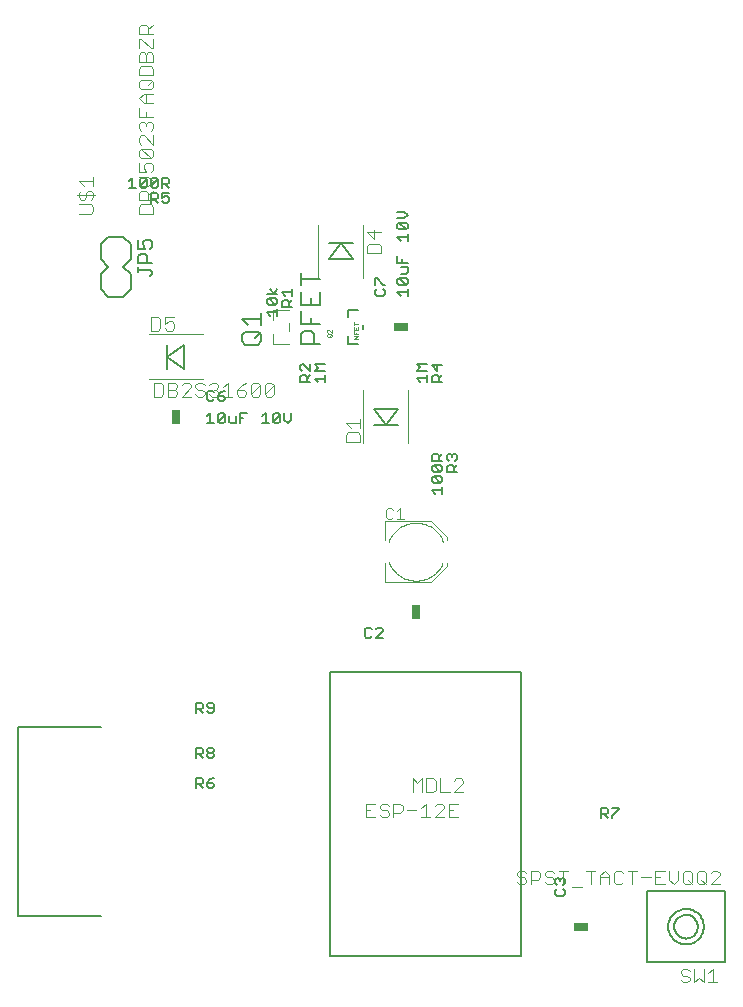
<source format=gto>
G75*
G70*
%OFA0B0*%
%FSLAX24Y24*%
%IPPOS*%
%LPD*%
%AMOC8*
5,1,8,0,0,1.08239X$1,22.5*
%
%ADD10C,0.0060*%
%ADD11R,0.0250X0.0500*%
%ADD12R,0.0500X0.0250*%
%ADD13C,0.0040*%
%ADD14C,0.0080*%
%ADD15C,0.0050*%
%ADD16C,0.0010*%
%ADD17C,0.0030*%
D10*
X009848Y011810D02*
X009848Y012150D01*
X010019Y012150D01*
X010075Y012094D01*
X010075Y011980D01*
X010019Y011923D01*
X009848Y011923D01*
X009962Y011923D02*
X010075Y011810D01*
X010217Y011867D02*
X010273Y011810D01*
X010387Y011810D01*
X010444Y011867D01*
X010444Y011923D01*
X010387Y011980D01*
X010217Y011980D01*
X010217Y011867D01*
X010217Y011980D02*
X010330Y012094D01*
X010444Y012150D01*
X010387Y012810D02*
X010273Y012810D01*
X010217Y012867D01*
X010217Y012923D01*
X010273Y012980D01*
X010387Y012980D01*
X010444Y012923D01*
X010444Y012867D01*
X010387Y012810D01*
X010387Y012980D02*
X010444Y013037D01*
X010444Y013094D01*
X010387Y013150D01*
X010273Y013150D01*
X010217Y013094D01*
X010217Y013037D01*
X010273Y012980D01*
X010075Y012980D02*
X010019Y012923D01*
X009848Y012923D01*
X009848Y012810D02*
X009848Y013150D01*
X010019Y013150D01*
X010075Y013094D01*
X010075Y012980D01*
X009962Y012923D02*
X010075Y012810D01*
X010075Y014310D02*
X009962Y014423D01*
X010019Y014423D02*
X009848Y014423D01*
X009848Y014310D02*
X009848Y014650D01*
X010019Y014650D01*
X010075Y014594D01*
X010075Y014480D01*
X010019Y014423D01*
X010217Y014367D02*
X010273Y014310D01*
X010387Y014310D01*
X010444Y014367D01*
X010444Y014594D01*
X010387Y014650D01*
X010273Y014650D01*
X010217Y014594D01*
X010217Y014537D01*
X010273Y014480D01*
X010444Y014480D01*
X015473Y016867D02*
X015530Y016810D01*
X015644Y016810D01*
X015700Y016867D01*
X015842Y016810D02*
X016069Y017037D01*
X016069Y017094D01*
X016012Y017150D01*
X015898Y017150D01*
X015842Y017094D01*
X015700Y017094D02*
X015644Y017150D01*
X015530Y017150D01*
X015473Y017094D01*
X015473Y016867D01*
X015842Y016810D02*
X016069Y016810D01*
X017823Y021612D02*
X017710Y021725D01*
X018050Y021725D01*
X018050Y021612D02*
X018050Y021839D01*
X017993Y021980D02*
X017766Y022207D01*
X017993Y022207D01*
X018050Y022150D01*
X018050Y022037D01*
X017993Y021980D01*
X017766Y021980D01*
X017710Y022037D01*
X017710Y022150D01*
X017766Y022207D01*
X017766Y022348D02*
X017710Y022405D01*
X017710Y022519D01*
X017766Y022575D01*
X017993Y022348D01*
X018050Y022405D01*
X018050Y022519D01*
X017993Y022575D01*
X017766Y022575D01*
X017710Y022717D02*
X017710Y022887D01*
X017766Y022944D01*
X017880Y022944D01*
X017937Y022887D01*
X017937Y022717D01*
X018050Y022717D02*
X017710Y022717D01*
X017937Y022830D02*
X018050Y022944D01*
X018210Y022887D02*
X018266Y022944D01*
X018323Y022944D01*
X018380Y022887D01*
X018437Y022944D01*
X018493Y022944D01*
X018550Y022887D01*
X018550Y022773D01*
X018493Y022717D01*
X018550Y022575D02*
X018437Y022462D01*
X018437Y022519D02*
X018437Y022348D01*
X018550Y022348D02*
X018210Y022348D01*
X018210Y022519D01*
X018266Y022575D01*
X018380Y022575D01*
X018437Y022519D01*
X018266Y022717D02*
X018210Y022773D01*
X018210Y022887D01*
X018380Y022887D02*
X018380Y022830D01*
X017993Y022348D02*
X017766Y022348D01*
X017710Y025348D02*
X017710Y025519D01*
X017766Y025575D01*
X017880Y025575D01*
X017937Y025519D01*
X017937Y025348D01*
X018050Y025348D02*
X017710Y025348D01*
X017550Y025348D02*
X017550Y025575D01*
X017550Y025462D02*
X017210Y025462D01*
X017323Y025348D01*
X017210Y025717D02*
X017323Y025830D01*
X017210Y025944D01*
X017550Y025944D01*
X017710Y025887D02*
X017880Y025717D01*
X017880Y025944D01*
X018050Y025887D02*
X017710Y025887D01*
X017550Y025717D02*
X017210Y025717D01*
X017937Y025462D02*
X018050Y025575D01*
X016900Y028210D02*
X016900Y028437D01*
X016900Y028323D02*
X016560Y028323D01*
X016673Y028210D01*
X016616Y028578D02*
X016560Y028635D01*
X016560Y028748D01*
X016616Y028805D01*
X016843Y028578D01*
X016900Y028635D01*
X016900Y028748D01*
X016843Y028805D01*
X016616Y028805D01*
X016673Y028947D02*
X016843Y028947D01*
X016900Y029003D01*
X016900Y029173D01*
X016673Y029173D01*
X016730Y029315D02*
X016730Y029428D01*
X016900Y029315D02*
X016560Y029315D01*
X016560Y029542D01*
X016673Y030052D02*
X016560Y030165D01*
X016900Y030165D01*
X016900Y030052D02*
X016900Y030278D01*
X016843Y030420D02*
X016616Y030647D01*
X016843Y030647D01*
X016900Y030590D01*
X016900Y030477D01*
X016843Y030420D01*
X016616Y030420D01*
X016560Y030477D01*
X016560Y030590D01*
X016616Y030647D01*
X016560Y030788D02*
X016787Y030788D01*
X016900Y030902D01*
X016787Y031015D01*
X016560Y031015D01*
X015866Y028805D02*
X016093Y028578D01*
X016150Y028578D01*
X016093Y028437D02*
X016150Y028380D01*
X016150Y028267D01*
X016093Y028210D01*
X015866Y028210D01*
X015810Y028267D01*
X015810Y028380D01*
X015866Y028437D01*
X015810Y028578D02*
X015810Y028805D01*
X015866Y028805D01*
X016616Y028578D02*
X016843Y028578D01*
X015243Y027743D02*
X014930Y027743D01*
X014930Y027493D01*
X015430Y027243D02*
X015430Y027118D01*
X014930Y026868D02*
X014930Y026618D01*
X015243Y026618D01*
X013989Y026619D02*
X013348Y026619D01*
X013348Y026940D01*
X013455Y027046D01*
X013668Y027046D01*
X013775Y026940D01*
X013775Y026619D01*
X013668Y027264D02*
X013668Y027478D01*
X013348Y027264D02*
X013348Y027691D01*
X013348Y027909D02*
X013989Y027909D01*
X013989Y028336D01*
X013668Y028122D02*
X013668Y027909D01*
X013348Y027909D02*
X013348Y028336D01*
X013348Y028553D02*
X013348Y028980D01*
X013348Y028767D02*
X013989Y028767D01*
X013050Y028444D02*
X013050Y028217D01*
X013050Y028330D02*
X012710Y028330D01*
X012823Y028217D01*
X012766Y028075D02*
X012880Y028075D01*
X012937Y028019D01*
X012937Y027848D01*
X013050Y027848D02*
X012710Y027848D01*
X012710Y028019D01*
X012766Y028075D01*
X012937Y027962D02*
X013050Y028075D01*
X012550Y028080D02*
X012550Y027966D01*
X012493Y027910D01*
X012266Y028137D01*
X012493Y028137D01*
X012550Y028080D01*
X012493Y027910D02*
X012266Y027910D01*
X012210Y027966D01*
X012210Y028080D01*
X012266Y028137D01*
X012210Y028278D02*
X012550Y028278D01*
X012437Y028278D02*
X012323Y028448D01*
X012437Y028278D02*
X012550Y028448D01*
X012550Y027768D02*
X012550Y027541D01*
X012550Y027655D02*
X012210Y027655D01*
X012323Y027541D01*
X012020Y027438D02*
X011380Y027438D01*
X011593Y027225D01*
X011486Y027007D02*
X011913Y027007D01*
X012020Y026900D01*
X012020Y026687D01*
X011913Y026580D01*
X011486Y026580D01*
X011380Y026687D01*
X011380Y026900D01*
X011486Y027007D01*
X011807Y026794D02*
X012020Y027007D01*
X012020Y027225D02*
X012020Y027652D01*
X013348Y027264D02*
X013989Y027264D01*
X014150Y025930D02*
X013810Y025930D01*
X013923Y025817D01*
X013810Y025703D01*
X014150Y025703D01*
X014150Y025562D02*
X014150Y025335D01*
X014150Y025448D02*
X013810Y025448D01*
X013923Y025335D01*
X013650Y025335D02*
X013310Y025335D01*
X013310Y025505D01*
X013366Y025562D01*
X013480Y025562D01*
X013537Y025505D01*
X013537Y025335D01*
X013537Y025448D02*
X013650Y025562D01*
X013650Y025703D02*
X013423Y025930D01*
X013366Y025930D01*
X013310Y025873D01*
X013310Y025760D01*
X013366Y025703D01*
X013650Y025703D02*
X013650Y025930D01*
X013015Y024300D02*
X013015Y024073D01*
X012902Y023960D01*
X012788Y024073D01*
X012788Y024300D01*
X012647Y024244D02*
X012420Y024017D01*
X012477Y023960D01*
X012590Y023960D01*
X012647Y024017D01*
X012647Y024244D01*
X012590Y024300D01*
X012477Y024300D01*
X012420Y024244D01*
X012420Y024017D01*
X012278Y023960D02*
X012052Y023960D01*
X012165Y023960D02*
X012165Y024300D01*
X012052Y024187D01*
X011542Y024300D02*
X011315Y024300D01*
X011315Y023960D01*
X011173Y023960D02*
X011173Y024187D01*
X011315Y024130D02*
X011428Y024130D01*
X011173Y023960D02*
X011003Y023960D01*
X010947Y024017D01*
X010947Y024187D01*
X010805Y024244D02*
X010578Y024017D01*
X010635Y023960D01*
X010748Y023960D01*
X010805Y024017D01*
X010805Y024244D01*
X010748Y024300D01*
X010635Y024300D01*
X010578Y024244D01*
X010578Y024017D01*
X010437Y023960D02*
X010210Y023960D01*
X010323Y023960D02*
X010323Y024300D01*
X010210Y024187D01*
X010267Y024710D02*
X010380Y024710D01*
X010437Y024767D01*
X010578Y024767D02*
X010635Y024710D01*
X010748Y024710D01*
X010805Y024767D01*
X010805Y024823D01*
X010748Y024880D01*
X010578Y024880D01*
X010578Y024767D01*
X010578Y024880D02*
X010692Y024994D01*
X010805Y025050D01*
X010437Y024994D02*
X010380Y025050D01*
X010267Y025050D01*
X010210Y024994D01*
X010210Y024767D01*
X010267Y024710D01*
X008887Y031310D02*
X008773Y031310D01*
X008717Y031367D01*
X008717Y031480D02*
X008830Y031537D01*
X008887Y031537D01*
X008944Y031480D01*
X008944Y031367D01*
X008887Y031310D01*
X008717Y031480D02*
X008717Y031650D01*
X008944Y031650D01*
X008944Y031810D02*
X008830Y031923D01*
X008887Y031923D02*
X008717Y031923D01*
X008717Y031810D02*
X008717Y032150D01*
X008887Y032150D01*
X008944Y032094D01*
X008944Y031980D01*
X008887Y031923D01*
X008575Y031867D02*
X008575Y032094D01*
X008348Y031867D01*
X008405Y031810D01*
X008519Y031810D01*
X008575Y031867D01*
X008519Y031650D02*
X008575Y031594D01*
X008575Y031480D01*
X008519Y031423D01*
X008348Y031423D01*
X008348Y031310D02*
X008348Y031650D01*
X008519Y031650D01*
X008462Y031423D02*
X008575Y031310D01*
X008348Y031867D02*
X008348Y032094D01*
X008405Y032150D01*
X008519Y032150D01*
X008575Y032094D01*
X008207Y032094D02*
X007980Y031867D01*
X008037Y031810D01*
X008150Y031810D01*
X008207Y031867D01*
X008207Y032094D01*
X008150Y032150D01*
X008037Y032150D01*
X007980Y032094D01*
X007980Y031867D01*
X007839Y031810D02*
X007612Y031810D01*
X007725Y031810D02*
X007725Y032150D01*
X007612Y032037D01*
X023348Y011150D02*
X023519Y011150D01*
X023575Y011094D01*
X023575Y010980D01*
X023519Y010923D01*
X023348Y010923D01*
X023348Y010810D02*
X023348Y011150D01*
X023462Y010923D02*
X023575Y010810D01*
X023717Y010810D02*
X023717Y010867D01*
X023944Y011094D01*
X023944Y011150D01*
X023717Y011150D01*
X022093Y008805D02*
X022150Y008748D01*
X022150Y008635D01*
X022093Y008578D01*
X022093Y008437D02*
X022150Y008380D01*
X022150Y008267D01*
X022093Y008210D01*
X021866Y008210D01*
X021810Y008267D01*
X021810Y008380D01*
X021866Y008437D01*
X021866Y008578D02*
X021810Y008635D01*
X021810Y008748D01*
X021866Y008805D01*
X021923Y008805D01*
X021980Y008748D01*
X022037Y008805D01*
X022093Y008805D01*
X021980Y008748D02*
X021980Y008692D01*
D11*
X017180Y017680D03*
X009180Y024180D03*
D12*
X016680Y027180D03*
X022680Y007180D03*
D13*
X022702Y008513D02*
X022396Y008513D01*
X022089Y008590D02*
X022089Y009050D01*
X022242Y009050D02*
X021935Y009050D01*
X021782Y008973D02*
X021705Y009050D01*
X021551Y009050D01*
X021475Y008973D01*
X021475Y008897D01*
X021551Y008820D01*
X021705Y008820D01*
X021782Y008743D01*
X021782Y008666D01*
X021705Y008590D01*
X021551Y008590D01*
X021475Y008666D01*
X021321Y008820D02*
X021245Y008743D01*
X021014Y008743D01*
X020861Y008743D02*
X020861Y008666D01*
X020784Y008590D01*
X020631Y008590D01*
X020554Y008666D01*
X020631Y008820D02*
X020784Y008820D01*
X020861Y008743D01*
X021014Y008590D02*
X021014Y009050D01*
X021245Y009050D01*
X021321Y008973D01*
X021321Y008820D01*
X020861Y008973D02*
X020784Y009050D01*
X020631Y009050D01*
X020554Y008973D01*
X020554Y008897D01*
X020631Y008820D01*
X018578Y010826D02*
X018271Y010826D01*
X018271Y011286D01*
X018578Y011286D01*
X018425Y011056D02*
X018271Y011056D01*
X018118Y011133D02*
X018118Y011210D01*
X018041Y011286D01*
X017887Y011286D01*
X017811Y011210D01*
X018118Y011133D02*
X017811Y010826D01*
X018118Y010826D01*
X017657Y010826D02*
X017350Y010826D01*
X017504Y010826D02*
X017504Y011286D01*
X017350Y011133D01*
X017197Y011056D02*
X016890Y011056D01*
X016736Y011056D02*
X016660Y010979D01*
X016430Y010979D01*
X016430Y010826D02*
X016430Y011286D01*
X016660Y011286D01*
X016736Y011210D01*
X016736Y011056D01*
X016276Y010979D02*
X016276Y010903D01*
X016199Y010826D01*
X016046Y010826D01*
X015969Y010903D01*
X016046Y011056D02*
X016199Y011056D01*
X016276Y010979D01*
X016276Y011210D02*
X016199Y011286D01*
X016046Y011286D01*
X015969Y011210D01*
X015969Y011133D01*
X016046Y011056D01*
X015816Y010826D02*
X015509Y010826D01*
X015509Y011286D01*
X015816Y011286D01*
X015662Y011056D02*
X015509Y011056D01*
X017071Y011669D02*
X017071Y012129D01*
X017224Y011975D01*
X017378Y012129D01*
X017378Y011669D01*
X017531Y011669D02*
X017762Y011669D01*
X017838Y011745D01*
X017838Y012052D01*
X017762Y012129D01*
X017531Y012129D01*
X017531Y011669D01*
X017992Y011669D02*
X017992Y012129D01*
X018452Y012052D02*
X018529Y012129D01*
X018682Y012129D01*
X018759Y012052D01*
X018759Y011975D01*
X018452Y011669D01*
X018759Y011669D01*
X018299Y011669D02*
X017992Y011669D01*
X022856Y009050D02*
X023163Y009050D01*
X023009Y009050D02*
X023009Y008590D01*
X023316Y008590D02*
X023316Y008897D01*
X023470Y009050D01*
X023623Y008897D01*
X023623Y008590D01*
X023777Y008666D02*
X023853Y008590D01*
X024007Y008590D01*
X024084Y008666D01*
X023777Y008666D02*
X023777Y008973D01*
X023853Y009050D01*
X024007Y009050D01*
X024084Y008973D01*
X024237Y009050D02*
X024544Y009050D01*
X024391Y009050D02*
X024391Y008590D01*
X024697Y008820D02*
X025004Y008820D01*
X025158Y008820D02*
X025311Y008820D01*
X025158Y009050D02*
X025158Y008590D01*
X025465Y008590D01*
X025618Y008743D02*
X025772Y008590D01*
X025925Y008743D01*
X025925Y009050D01*
X026079Y008973D02*
X026155Y009050D01*
X026309Y009050D01*
X026386Y008973D01*
X026386Y008666D01*
X026309Y008590D01*
X026155Y008590D01*
X026079Y008666D01*
X026079Y008973D01*
X026232Y008743D02*
X026386Y008590D01*
X026539Y008666D02*
X026616Y008590D01*
X026769Y008590D01*
X026846Y008666D01*
X026846Y008973D01*
X026769Y009050D01*
X026616Y009050D01*
X026539Y008973D01*
X026539Y008666D01*
X026693Y008743D02*
X026846Y008590D01*
X026999Y008590D02*
X027306Y008897D01*
X027306Y008973D01*
X027230Y009050D01*
X027076Y009050D01*
X026999Y008973D01*
X026999Y008590D02*
X027306Y008590D01*
X025618Y008743D02*
X025618Y009050D01*
X025465Y009050D02*
X025158Y009050D01*
X023623Y008820D02*
X023316Y008820D01*
X026077Y005782D02*
X026000Y005706D01*
X026000Y005629D01*
X026077Y005552D01*
X026230Y005552D01*
X026307Y005476D01*
X026307Y005399D01*
X026230Y005322D01*
X026077Y005322D01*
X026000Y005399D01*
X026077Y005782D02*
X026230Y005782D01*
X026307Y005706D01*
X026460Y005782D02*
X026460Y005322D01*
X026614Y005476D01*
X026767Y005322D01*
X026767Y005782D01*
X026921Y005629D02*
X027074Y005782D01*
X027074Y005322D01*
X026921Y005322D02*
X027228Y005322D01*
X017672Y018656D02*
X016156Y018656D01*
X016156Y019306D01*
X016156Y020054D02*
X016156Y020704D01*
X017672Y020704D01*
X018204Y020172D01*
X018204Y020054D01*
X018204Y019306D02*
X018204Y019188D01*
X017672Y018656D01*
X018085Y019345D02*
X018062Y019288D01*
X018035Y019233D01*
X018005Y019179D01*
X017971Y019127D01*
X017934Y019078D01*
X017894Y019031D01*
X017851Y018986D01*
X017805Y018945D01*
X017757Y018906D01*
X017706Y018871D01*
X017653Y018839D01*
X017598Y018810D01*
X017542Y018785D01*
X017484Y018764D01*
X017425Y018746D01*
X017364Y018733D01*
X017303Y018723D01*
X017242Y018717D01*
X017180Y018715D01*
X017118Y018717D01*
X017057Y018723D01*
X016996Y018733D01*
X016935Y018746D01*
X016876Y018764D01*
X016818Y018785D01*
X016762Y018810D01*
X016707Y018839D01*
X016654Y018871D01*
X016603Y018906D01*
X016555Y018945D01*
X016509Y018986D01*
X016466Y019031D01*
X016426Y019078D01*
X016389Y019127D01*
X016355Y019179D01*
X016325Y019233D01*
X016298Y019288D01*
X016275Y019345D01*
X016275Y020015D02*
X016298Y020072D01*
X016325Y020127D01*
X016355Y020181D01*
X016389Y020233D01*
X016426Y020282D01*
X016466Y020329D01*
X016509Y020374D01*
X016555Y020415D01*
X016603Y020454D01*
X016654Y020489D01*
X016707Y020521D01*
X016762Y020550D01*
X016818Y020575D01*
X016876Y020596D01*
X016935Y020614D01*
X016996Y020627D01*
X017057Y020637D01*
X017118Y020643D01*
X017180Y020645D01*
X017242Y020643D01*
X017303Y020637D01*
X017364Y020627D01*
X017425Y020614D01*
X017484Y020596D01*
X017542Y020575D01*
X017598Y020550D01*
X017653Y020521D01*
X017706Y020489D01*
X017757Y020454D01*
X017805Y020415D01*
X017851Y020374D01*
X017894Y020329D01*
X017934Y020282D01*
X017971Y020233D01*
X018005Y020181D01*
X018035Y020127D01*
X018062Y020072D01*
X018085Y020015D01*
X016930Y023290D02*
X016930Y025070D01*
X015430Y025070D02*
X015430Y023290D01*
X015310Y023350D02*
X014850Y023350D01*
X014850Y023580D01*
X014926Y023657D01*
X015233Y023657D01*
X015310Y023580D01*
X015310Y023350D01*
X015310Y023810D02*
X015310Y024117D01*
X015310Y023964D02*
X014850Y023964D01*
X015003Y023810D01*
X012440Y024927D02*
X012363Y024850D01*
X012210Y024850D01*
X012133Y024927D01*
X012440Y025234D01*
X012440Y024927D01*
X012440Y025234D02*
X012363Y025310D01*
X012210Y025310D01*
X012133Y025234D01*
X012133Y024927D01*
X011980Y024927D02*
X011903Y024850D01*
X011749Y024850D01*
X011673Y024927D01*
X011980Y025234D01*
X011980Y024927D01*
X011980Y025234D02*
X011903Y025310D01*
X011749Y025310D01*
X011673Y025234D01*
X011673Y024927D01*
X011519Y024927D02*
X011519Y025003D01*
X011443Y025080D01*
X011212Y025080D01*
X011212Y024927D01*
X011289Y024850D01*
X011443Y024850D01*
X011519Y024927D01*
X011366Y025234D02*
X011212Y025080D01*
X011366Y025234D02*
X011519Y025310D01*
X010905Y025310D02*
X010905Y024850D01*
X010752Y024850D02*
X011059Y024850D01*
X010752Y025157D02*
X010905Y025310D01*
X010598Y025234D02*
X010598Y025157D01*
X010522Y025080D01*
X010598Y025003D01*
X010598Y024927D01*
X010522Y024850D01*
X010368Y024850D01*
X010292Y024927D01*
X010138Y024927D02*
X010061Y024850D01*
X009908Y024850D01*
X009831Y024927D01*
X009908Y025080D02*
X010061Y025080D01*
X010138Y025003D01*
X010138Y024927D01*
X009908Y025080D02*
X009831Y025157D01*
X009831Y025234D01*
X009908Y025310D01*
X010061Y025310D01*
X010138Y025234D01*
X010292Y025234D02*
X010368Y025310D01*
X010522Y025310D01*
X010598Y025234D01*
X010522Y025080D02*
X010445Y025080D01*
X010070Y025430D02*
X008290Y025430D01*
X008450Y025310D02*
X008450Y024850D01*
X008680Y024850D01*
X008757Y024927D01*
X008757Y025234D01*
X008680Y025310D01*
X008450Y025310D01*
X008910Y025310D02*
X008910Y024850D01*
X009141Y024850D01*
X009217Y024927D01*
X009217Y025003D01*
X009141Y025080D01*
X008910Y025080D01*
X008910Y025310D02*
X009141Y025310D01*
X009217Y025234D01*
X009217Y025157D01*
X009141Y025080D01*
X009371Y025234D02*
X009448Y025310D01*
X009601Y025310D01*
X009678Y025234D01*
X009678Y025157D01*
X009371Y024850D01*
X009678Y024850D01*
X010070Y026930D02*
X008290Y026930D01*
X008350Y027050D02*
X008580Y027050D01*
X008657Y027127D01*
X008657Y027434D01*
X008580Y027510D01*
X008350Y027510D01*
X008350Y027050D01*
X008810Y027127D02*
X008887Y027050D01*
X009041Y027050D01*
X009117Y027127D01*
X009117Y027280D01*
X009041Y027357D01*
X008964Y027357D01*
X008810Y027280D01*
X008810Y027510D01*
X009117Y027510D01*
X012424Y027416D02*
X012424Y027751D01*
X012936Y027751D01*
X012936Y027318D02*
X012936Y027042D01*
X012936Y026609D02*
X012424Y026609D01*
X012424Y026944D01*
X013930Y028790D02*
X013930Y030570D01*
X015430Y030570D02*
X015430Y028790D01*
X015550Y029629D02*
X015550Y029859D01*
X015626Y029936D01*
X015933Y029936D01*
X016010Y029859D01*
X016010Y029629D01*
X015550Y029629D01*
X015780Y030090D02*
X015780Y030397D01*
X016010Y030320D02*
X015550Y030320D01*
X015780Y030090D01*
X008410Y030950D02*
X008410Y031180D01*
X008333Y031257D01*
X008026Y031257D01*
X007950Y031180D01*
X007950Y030950D01*
X008410Y030950D01*
X008410Y031410D02*
X007950Y031410D01*
X007950Y031641D01*
X008026Y031717D01*
X008180Y031717D01*
X008257Y031641D01*
X008257Y031410D01*
X008257Y031564D02*
X008410Y031717D01*
X008257Y031871D02*
X008410Y032024D01*
X008257Y032178D01*
X007950Y032178D01*
X007950Y032331D02*
X008180Y032331D01*
X008103Y032485D01*
X008103Y032561D01*
X008180Y032638D01*
X008333Y032638D01*
X008410Y032561D01*
X008410Y032408D01*
X008333Y032331D01*
X007950Y032331D02*
X007950Y032638D01*
X008026Y032792D02*
X007950Y032868D01*
X007950Y033022D01*
X008026Y033098D01*
X008333Y032792D01*
X008410Y032868D01*
X008410Y033022D01*
X008333Y033098D01*
X008026Y033098D01*
X008026Y033252D02*
X007950Y033329D01*
X007950Y033482D01*
X008026Y033559D01*
X008103Y033559D01*
X008410Y033252D01*
X008410Y033559D01*
X008333Y033712D02*
X008410Y033789D01*
X008410Y033943D01*
X008333Y034019D01*
X008257Y034019D01*
X008180Y033943D01*
X008180Y033866D01*
X008180Y033943D02*
X008103Y034019D01*
X008026Y034019D01*
X007950Y033943D01*
X007950Y033789D01*
X008026Y033712D01*
X007950Y034173D02*
X007950Y034480D01*
X008103Y034633D02*
X007950Y034787D01*
X008103Y034940D01*
X008410Y034940D01*
X008333Y035094D02*
X008410Y035170D01*
X008410Y035324D01*
X008333Y035400D01*
X008026Y035400D01*
X007950Y035324D01*
X007950Y035170D01*
X008026Y035094D01*
X008333Y035094D01*
X008257Y035247D02*
X008410Y035400D01*
X008410Y035554D02*
X008410Y035784D01*
X008333Y035861D01*
X008026Y035861D01*
X007950Y035784D01*
X007950Y035554D01*
X008410Y035554D01*
X008410Y036014D02*
X008410Y036245D01*
X008333Y036321D01*
X008257Y036321D01*
X008180Y036245D01*
X008180Y036014D01*
X008410Y036014D02*
X007950Y036014D01*
X007950Y036245D01*
X008026Y036321D01*
X008103Y036321D01*
X008180Y036245D01*
X008333Y036475D02*
X008410Y036475D01*
X008410Y036782D01*
X008410Y036935D02*
X007950Y036935D01*
X007950Y037165D01*
X008026Y037242D01*
X008180Y037242D01*
X008257Y037165D01*
X008257Y036935D01*
X008257Y037089D02*
X008410Y037242D01*
X008026Y036782D02*
X008333Y036475D01*
X007950Y036475D02*
X007950Y036782D01*
X008026Y036782D01*
X008180Y034940D02*
X008180Y034633D01*
X008103Y034633D02*
X008410Y034633D01*
X008180Y034326D02*
X008180Y034173D01*
X008410Y034173D02*
X007950Y034173D01*
X008026Y032792D02*
X008333Y032792D01*
X008257Y031871D02*
X007950Y031871D01*
X006487Y031564D02*
X005873Y031564D01*
X005950Y031487D02*
X005950Y031641D01*
X006026Y031717D01*
X006180Y031641D02*
X006180Y031487D01*
X006103Y031410D01*
X006026Y031410D01*
X005950Y031487D01*
X005950Y031257D02*
X006333Y031257D01*
X006410Y031180D01*
X006410Y031027D01*
X006333Y030950D01*
X005950Y030950D01*
X006333Y031410D02*
X006410Y031487D01*
X006410Y031641D01*
X006333Y031717D01*
X006257Y031717D01*
X006180Y031641D01*
X006103Y031871D02*
X005950Y032024D01*
X006410Y032024D01*
X006410Y031871D02*
X006410Y032178D01*
D14*
X006930Y030180D02*
X006680Y029930D01*
X006680Y029430D01*
X006930Y029180D01*
X006680Y028930D01*
X006680Y028430D01*
X006930Y028180D01*
X007430Y028180D01*
X007680Y028430D01*
X007680Y028930D01*
X007430Y029180D01*
X007680Y029430D01*
X007680Y029930D01*
X007430Y030180D01*
X006930Y030180D01*
X008893Y026574D02*
X008893Y025786D01*
X008893Y026180D02*
X009433Y025786D01*
X009433Y026574D01*
X008893Y026180D01*
X014286Y029427D02*
X015074Y029427D01*
X014680Y029967D01*
X014286Y029427D01*
X014286Y029967D02*
X015074Y029967D01*
X015786Y024433D02*
X016574Y024433D01*
X016180Y023893D01*
X015786Y024433D01*
X015786Y023893D02*
X016574Y023893D01*
D15*
X003930Y013830D02*
X003930Y007530D01*
X006680Y007530D01*
X006680Y013830D02*
X003930Y013830D01*
X014302Y015680D02*
X014302Y006192D01*
X020680Y006192D01*
X020680Y015680D01*
X014302Y015680D01*
X024881Y008361D02*
X024881Y005999D01*
X027479Y005999D01*
X027479Y008361D01*
X024881Y008361D01*
X025786Y007180D02*
X025788Y007219D01*
X025794Y007258D01*
X025804Y007296D01*
X025817Y007333D01*
X025834Y007368D01*
X025854Y007402D01*
X025878Y007433D01*
X025905Y007462D01*
X025934Y007488D01*
X025966Y007511D01*
X026000Y007531D01*
X026036Y007547D01*
X026073Y007559D01*
X026112Y007568D01*
X026151Y007573D01*
X026190Y007574D01*
X026229Y007571D01*
X026268Y007564D01*
X026305Y007553D01*
X026342Y007539D01*
X026377Y007521D01*
X026410Y007500D01*
X026441Y007475D01*
X026469Y007448D01*
X026494Y007418D01*
X026516Y007385D01*
X026535Y007351D01*
X026550Y007315D01*
X026562Y007277D01*
X026570Y007239D01*
X026574Y007200D01*
X026574Y007160D01*
X026570Y007121D01*
X026562Y007083D01*
X026550Y007045D01*
X026535Y007009D01*
X026516Y006975D01*
X026494Y006942D01*
X026469Y006912D01*
X026441Y006885D01*
X026410Y006860D01*
X026377Y006839D01*
X026342Y006821D01*
X026305Y006807D01*
X026268Y006796D01*
X026229Y006789D01*
X026190Y006786D01*
X026151Y006787D01*
X026112Y006792D01*
X026073Y006801D01*
X026036Y006813D01*
X026000Y006829D01*
X025966Y006849D01*
X025934Y006872D01*
X025905Y006898D01*
X025878Y006927D01*
X025854Y006958D01*
X025834Y006992D01*
X025817Y007027D01*
X025804Y007064D01*
X025794Y007102D01*
X025788Y007141D01*
X025786Y007180D01*
X025588Y007180D02*
X025590Y007228D01*
X025596Y007276D01*
X025606Y007323D01*
X025619Y007370D01*
X025637Y007415D01*
X025658Y007458D01*
X025682Y007500D01*
X025710Y007540D01*
X025741Y007577D01*
X025774Y007611D01*
X025811Y007643D01*
X025850Y007671D01*
X025891Y007697D01*
X025934Y007719D01*
X025979Y007737D01*
X026025Y007751D01*
X026072Y007762D01*
X026120Y007769D01*
X026168Y007772D01*
X026216Y007771D01*
X026264Y007766D01*
X026312Y007757D01*
X026358Y007744D01*
X026404Y007728D01*
X026448Y007708D01*
X026490Y007684D01*
X026530Y007658D01*
X026568Y007627D01*
X026603Y007594D01*
X026635Y007558D01*
X026665Y007520D01*
X026691Y007479D01*
X026713Y007437D01*
X026733Y007393D01*
X026748Y007347D01*
X026760Y007300D01*
X026768Y007252D01*
X026772Y007204D01*
X026772Y007156D01*
X026768Y007108D01*
X026760Y007060D01*
X026748Y007013D01*
X026733Y006967D01*
X026713Y006923D01*
X026691Y006881D01*
X026665Y006840D01*
X026635Y006802D01*
X026603Y006766D01*
X026568Y006733D01*
X026530Y006702D01*
X026490Y006676D01*
X026448Y006652D01*
X026404Y006632D01*
X026358Y006616D01*
X026312Y006603D01*
X026264Y006594D01*
X026216Y006589D01*
X026168Y006588D01*
X026120Y006591D01*
X026072Y006598D01*
X026025Y006609D01*
X025979Y006623D01*
X025934Y006641D01*
X025891Y006663D01*
X025850Y006689D01*
X025811Y006717D01*
X025774Y006749D01*
X025741Y006783D01*
X025710Y006820D01*
X025682Y006860D01*
X025658Y006902D01*
X025637Y006945D01*
X025619Y006990D01*
X025606Y007037D01*
X025596Y007084D01*
X025590Y007132D01*
X025588Y007180D01*
X008300Y028854D02*
X008375Y028929D01*
X008375Y029004D01*
X008300Y029079D01*
X007925Y029079D01*
X007925Y029004D02*
X007925Y029154D01*
X007925Y029314D02*
X007925Y029539D01*
X008000Y029614D01*
X008150Y029614D01*
X008225Y029539D01*
X008225Y029314D01*
X008375Y029314D02*
X007925Y029314D01*
X007925Y029775D02*
X008150Y029775D01*
X008075Y029925D01*
X008075Y030000D01*
X008150Y030075D01*
X008300Y030075D01*
X008375Y030000D01*
X008375Y029850D01*
X008300Y029775D01*
X007925Y029775D02*
X007925Y030075D01*
D16*
X014225Y027057D02*
X014225Y027007D01*
X014250Y026982D01*
X014250Y026935D02*
X014350Y026935D01*
X014375Y026910D01*
X014375Y026860D01*
X014350Y026835D01*
X014250Y026835D01*
X014225Y026860D01*
X014225Y026910D01*
X014250Y026935D01*
X014325Y026885D02*
X014375Y026935D01*
X014375Y026982D02*
X014275Y027082D01*
X014250Y027082D01*
X014225Y027057D01*
X014375Y027082D02*
X014375Y026982D01*
X015100Y026932D02*
X015100Y027032D01*
X015100Y027080D02*
X015250Y027080D01*
X015250Y027180D01*
X015175Y027130D02*
X015175Y027080D01*
X015100Y027080D02*
X015100Y027180D01*
X015100Y027227D02*
X015100Y027327D01*
X015100Y027277D02*
X015250Y027277D01*
X015175Y026982D02*
X015175Y026932D01*
X015250Y026932D02*
X015100Y026932D01*
X015100Y026885D02*
X015250Y026885D01*
X015100Y026785D01*
X015250Y026785D01*
D17*
X016233Y021148D02*
X016171Y021086D01*
X016171Y020839D01*
X016233Y020778D01*
X016357Y020778D01*
X016418Y020839D01*
X016540Y020778D02*
X016787Y020778D01*
X016663Y020778D02*
X016663Y021148D01*
X016540Y021025D01*
X016418Y021086D02*
X016357Y021148D01*
X016233Y021148D01*
M02*

</source>
